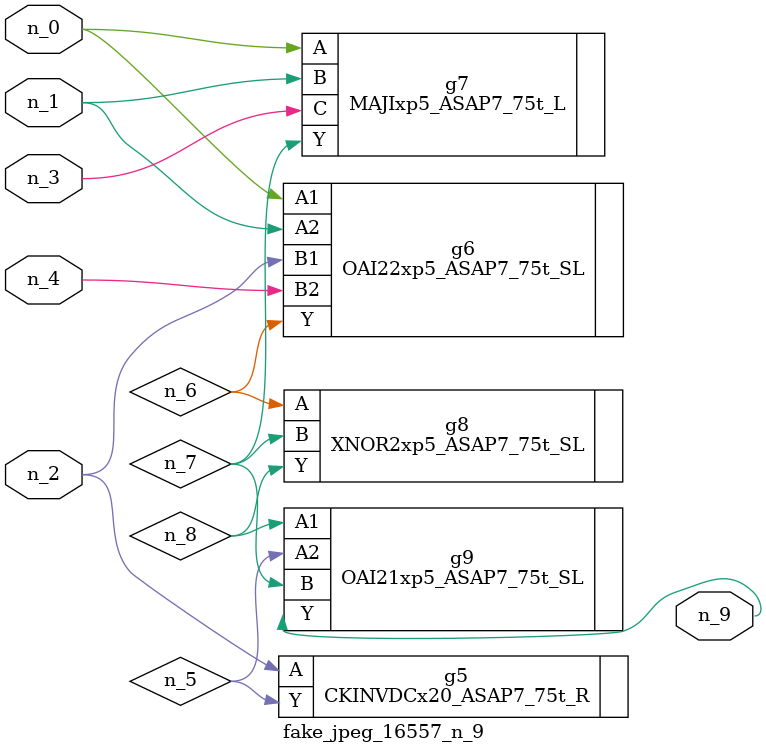
<source format=v>
module fake_jpeg_16557_n_9 (n_3, n_2, n_1, n_0, n_4, n_9);

input n_3;
input n_2;
input n_1;
input n_0;
input n_4;

output n_9;

wire n_8;
wire n_6;
wire n_5;
wire n_7;

CKINVDCx20_ASAP7_75t_R g5 ( 
.A(n_2),
.Y(n_5)
);

OAI22xp5_ASAP7_75t_SL g6 ( 
.A1(n_0),
.A2(n_1),
.B1(n_2),
.B2(n_4),
.Y(n_6)
);

MAJIxp5_ASAP7_75t_L g7 ( 
.A(n_0),
.B(n_1),
.C(n_3),
.Y(n_7)
);

XNOR2xp5_ASAP7_75t_SL g8 ( 
.A(n_6),
.B(n_7),
.Y(n_8)
);

OAI21xp5_ASAP7_75t_SL g9 ( 
.A1(n_8),
.A2(n_5),
.B(n_7),
.Y(n_9)
);


endmodule
</source>
